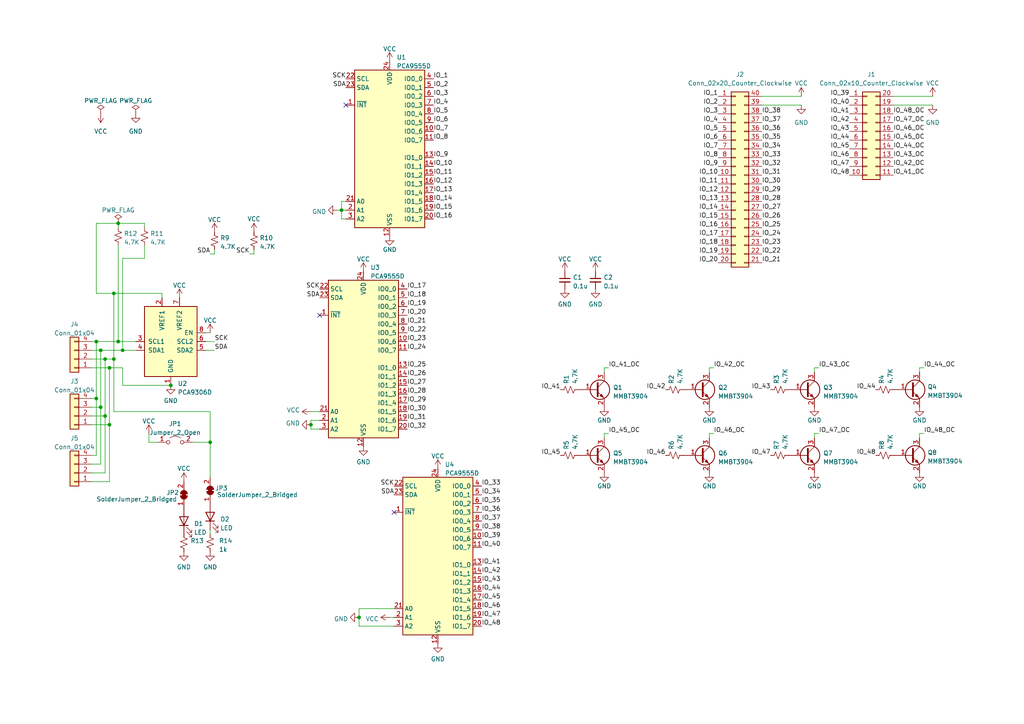
<source format=kicad_sch>
(kicad_sch (version 20230121) (generator eeschema)
  (paper "A4")
  (title_block (title "Stencil Trainer 1 (48 pin i2c GPIO expander) ") (date "2023-04-03") (rev "v1.0.1") (comment 1 "Licensed under CERN-OHL-S version 2") (comment 2 "Copyright Peter Terpstra, 2023"))
  (lib_symbols
    (symbol "Connector_Generic:Conn_01x04" (pin_names (offset 1.016) hide)
      (property "Reference" "J" (at 0 5.08 0))
      (property "Value" "Conn_01x04" (at 0 -7.62 0))
      (symbol "Conn_01x04_1_1"
        (rectangle (start -1.27 -4.953) (end 0 -5.207) (stroke (width 0.1524)))
        (rectangle (start -1.27 -2.413) (end 0 -2.667) (stroke (width 0.1524)))
        (rectangle (start -1.27 0.127) (end 0 -0.127) (stroke (width 0.1524)))
        (rectangle (start -1.27 2.667) (end 0 2.413) (stroke (width 0.1524)))
        (rectangle (start -1.27 3.81) (end 1.27 -6.35) (stroke (width 0.254)) (fill (type background)))
        (pin passive line (at -5.08 2.54 0) (length 3.81) (name "Pin_1") (number "1"))
        (pin passive line (at -5.08 0 0) (length 3.81) (name "Pin_2") (number "2"))
        (pin passive line (at -5.08 -2.54 0) (length 3.81) (name "Pin_3") (number "3"))
        (pin passive line (at -5.08 -5.08 0) (length 3.81) (name "Pin_4") (number "4"))
      )
    )
    (symbol "Connector_Generic:Conn_02x10_Counter_Clockwise" (pin_names (offset 1.016) hide)
      (property "Reference" "J" (at 1.27 12.7 0))
      (property "Value" "Conn_02x10_Counter_Clockwise" (at 1.27 -15.24 0))
      (symbol "Conn_02x10_Counter_Clockwise_1_1"
        (rectangle (start -1.27 -12.573) (end 0 -12.827) (stroke (width 0.1524)))
        (rectangle (start -1.27 -10.033) (end 0 -10.287) (stroke (width 0.1524)))
        (rectangle (start -1.27 -7.493) (end 0 -7.747) (stroke (width 0.1524)))
        (rectangle (start -1.27 -4.953) (end 0 -5.207) (stroke (width 0.1524)))
        (rectangle (start -1.27 -2.413) (end 0 -2.667) (stroke (width 0.1524)))
        (rectangle (start -1.27 0.127) (end 0 -0.127) (stroke (width 0.1524)))
        (rectangle (start -1.27 2.667) (end 0 2.413) (stroke (width 0.1524)))
        (rectangle (start -1.27 5.207) (end 0 4.953) (stroke (width 0.1524)))
        (rectangle (start -1.27 7.747) (end 0 7.493) (stroke (width 0.1524)))
        (rectangle (start -1.27 10.287) (end 0 10.033) (stroke (width 0.1524)))
        (rectangle (start -1.27 11.43) (end 3.81 -13.97) (stroke (width 0.254)) (fill (type background)))
        (rectangle (start 3.81 -12.573) (end 2.54 -12.827) (stroke (width 0.1524)))
        (rectangle (start 3.81 -10.033) (end 2.54 -10.287) (stroke (width 0.1524)))
        (rectangle (start 3.81 -7.493) (end 2.54 -7.747) (stroke (width 0.1524)))
        (rectangle (start 3.81 -4.953) (end 2.54 -5.207) (stroke (width 0.1524)))
        (rectangle (start 3.81 -2.413) (end 2.54 -2.667) (stroke (width 0.1524)))
        (rectangle (start 3.81 0.127) (end 2.54 -0.127) (stroke (width 0.1524)))
        (rectangle (start 3.81 2.667) (end 2.54 2.413) (stroke (width 0.1524)))
        (rectangle (start 3.81 5.207) (end 2.54 4.953) (stroke (width 0.1524)))
        (rectangle (start 3.81 7.747) (end 2.54 7.493) (stroke (width 0.1524)))
        (rectangle (start 3.81 10.287) (end 2.54 10.033) (stroke (width 0.1524)))
        (pin passive line (at -5.08 10.16 0) (length 3.81) (name "Pin_1") (number "1"))
        (pin passive line (at -5.08 -12.7 0) (length 3.81) (name "Pin_10") (number "10"))
        (pin passive line (at 7.62 -12.7 180) (length 3.81) (name "Pin_11") (number "11"))
        (pin passive line (at 7.62 -10.16 180) (length 3.81) (name "Pin_12") (number "12"))
        (pin passive line (at 7.62 -7.62 180) (length 3.81) (name "Pin_13") (number "13"))
        (pin passive line (at 7.62 -5.08 180) (length 3.81) (name "Pin_14") (number "14"))
        (pin passive line (at 7.62 -2.54 180) (length 3.81) (name "Pin_15") (number "15"))
        (pin passive line (at 7.62 0 180) (length 3.81) (name "Pin_16") (number "16"))
        (pin passive line (at 7.62 2.54 180) (length 3.81) (name "Pin_17") (number "17"))
        (pin passive line (at 7.62 5.08 180) (length 3.81) (name "Pin_18") (number "18"))
        (pin passive line (at 7.62 7.62 180) (length 3.81) (name "Pin_19") (number "19"))
        (pin passive line (at -5.08 7.62 0) (length 3.81) (name "Pin_2") (number "2"))
        (pin passive line (at 7.62 10.16 180) (length 3.81) (name "Pin_20") (number "20"))
        (pin passive line (at -5.08 5.08 0) (length 3.81) (name "Pin_3") (number "3"))
        (pin passive line (at -5.08 2.54 0) (length 3.81) (name "Pin_4") (number "4"))
        (pin passive line (at -5.08 0 0) (length 3.81) (name "Pin_5") (number "5"))
        (pin passive line (at -5.08 -2.54 0) (length 3.81) (name "Pin_6") (number "6"))
        (pin passive line (at -5.08 -5.08 0) (length 3.81) (name "Pin_7") (number "7"))
        (pin passive line (at -5.08 -7.62 0) (length 3.81) (name "Pin_8") (number "8"))
        (pin passive line (at -5.08 -10.16 0) (length 3.81) (name "Pin_9") (number "9"))
      )
    )
    (symbol "Connector_Generic:Conn_02x20_Counter_Clockwise" (pin_names (offset 1.016) hide)
      (property "Reference" "J" (at 1.27 25.4 0))
      (property "Value" "Conn_02x20_Counter_Clockwise" (at 1.27 -27.94 0))
      (symbol "Conn_02x20_Counter_Clockwise_1_1"
        (rectangle (start -1.27 -25.273) (end 0 -25.527) (stroke (width 0.1524)))
        (rectangle (start -1.27 -22.733) (end 0 -22.987) (stroke (width 0.1524)))
        (rectangle (start -1.27 -20.193) (end 0 -20.447) (stroke (width 0.1524)))
        (rectangle (start -1.27 -17.653) (end 0 -17.907) (stroke (width 0.1524)))
        (rectangle (start -1.27 -15.113) (end 0 -15.367) (stroke (width 0.1524)))
        (rectangle (start -1.27 -12.573) (end 0 -12.827) (stroke (width 0.1524)))
        (rectangle (start -1.27 -10.033) (end 0 -10.287) (stroke (width 0.1524)))
        (rectangle (start -1.27 -7.493) (end 0 -7.747) (stroke (width 0.1524)))
        (rectangle (start -1.27 -4.953) (end 0 -5.207) (stroke (width 0.1524)))
        (rectangle (start -1.27 -2.413) (end 0 -2.667) (stroke (width 0.1524)))
        (rectangle (start -1.27 0.127) (end 0 -0.127) (stroke (width 0.1524)))
        (rectangle (start -1.27 2.667) (end 0 2.413) (stroke (width 0.1524)))
        (rectangle (start -1.27 5.207) (end 0 4.953) (stroke (width 0.1524)))
        (rectangle (start -1.27 7.747) (end 0 7.493) (stroke (width 0.1524)))
        (rectangle (start -1.27 10.287) (end 0 10.033) (stroke (width 0.1524)))
        (rectangle (start -1.27 12.827) (end 0 12.573) (stroke (width 0.1524)))
        (rectangle (start -1.27 15.367) (end 0 15.113) (stroke (width 0.1524)))
        (rectangle (start -1.27 17.907) (end 0 17.653) (stroke (width 0.1524)))
        (rectangle (start -1.27 20.447) (end 0 20.193) (stroke (width 0.1524)))
        (rectangle (start -1.27 22.987) (end 0 22.733) (stroke (width 0.1524)))
        (rectangle (start -1.27 24.13) (end 3.81 -26.67) (stroke (width 0.254)) (fill (type background)))
        (rectangle (start 3.81 -25.273) (end 2.54 -25.527) (stroke (width 0.1524)))
        (rectangle (start 3.81 -22.733) (end 2.54 -22.987) (stroke (width 0.1524)))
        (rectangle (start 3.81 -20.193) (end 2.54 -20.447) (stroke (width 0.1524)))
        (rectangle (start 3.81 -17.653) (end 2.54 -17.907) (stroke (width 0.1524)))
        (rectangle (start 3.81 -15.113) (end 2.54 -15.367) (stroke (width 0.1524)))
        (rectangle (start 3.81 -12.573) (end 2.54 -12.827) (stroke (width 0.1524)))
        (rectangle (start 3.81 -10.033) (end 2.54 -10.287) (stroke (width 0.1524)))
        (rectangle (start 3.81 -7.493) (end 2.54 -7.747) (stroke (width 0.1524)))
        (rectangle (start 3.81 -4.953) (end 2.54 -5.207) (stroke (width 0.1524)))
        (rectangle (start 3.81 -2.413) (end 2.54 -2.667) (stroke (width 0.1524)))
        (rectangle (start 3.81 0.127) (end 2.54 -0.127) (stroke (width 0.1524)))
        (rectangle (start 3.81 2.667) (end 2.54 2.413) (stroke (width 0.1524)))
        (rectangle (start 3.81 5.207) (end 2.54 4.953) (stroke (width 0.1524)))
        (rectangle (start 3.81 7.747) (end 2.54 7.493) (stroke (width 0.1524)))
        (rectangle (start 3.81 10.287) (end 2.54 10.033) (stroke (width 0.1524)))
        (rectangle (start 3.81 12.827) (end 2.54 12.573) (stroke (width 0.1524)))
        (rectangle (start 3.81 15.367) (end 2.54 15.113) (stroke (width 0.1524)))
        (rectangle (start 3.81 17.907) (end 2.54 17.653) (stroke (width 0.1524)))
        (rectangle (start 3.81 20.447) (end 2.54 20.193) (stroke (width 0.1524)))
        (rectangle (start 3.81 22.987) (end 2.54 22.733) (stroke (width 0.1524)))
        (pin passive line (at -5.08 22.86 0) (length 3.81) (name "Pin_1") (number "1"))
        (pin passive line (at -5.08 0 0) (length 3.81) (name "Pin_10") (number "10"))
        (pin passive line (at -5.08 -2.54 0) (length 3.81) (name "Pin_11") (number "11"))
        (pin passive line (at -5.08 -5.08 0) (length 3.81) (name "Pin_12") (number "12"))
        (pin passive line (at -5.08 -7.62 0) (length 3.81) (name "Pin_13") (number "13"))
        (pin passive line (at -5.08 -10.16 0) (length 3.81) (name "Pin_14") (number "14"))
        (pin passive line (at -5.08 -12.7 0) (length 3.81) (name "Pin_15") (number "15"))
        (pin passive line (at -5.08 -15.24 0) (length 3.81) (name "Pin_16") (number "16"))
        (pin passive line (at -5.08 -17.78 0) (length 3.81) (name "Pin_17") (number "17"))
        (pin passive line (at -5.08 -20.32 0) (length 3.81) (name "Pin_18") (number "18"))
        (pin passive line (at -5.08 -22.86 0) (length 3.81) (name "Pin_19") (number "19"))
        (pin passive line (at -5.08 20.32 0) (length 3.81) (name "Pin_2") (number "2"))
        (pin passive line (at -5.08 -25.4 0) (length 3.81) (name "Pin_20") (number "20"))
        (pin passive line (at 7.62 -25.4 180) (length 3.81) (name "Pin_21") (number "21"))
        (pin passive line (at 7.62 -22.86 180) (length 3.81) (name "Pin_22") (number "22"))
        (pin passive line (at 7.62 -20.32 180) (length 3.81) (name "Pin_23") (number "23"))
        (pin passive line (at 7.62 -17.78 180) (length 3.81) (name "Pin_24") (number "24"))
        (pin passive line (at 7.62 -15.24 180) (length 3.81) (name "Pin_25") (number "25"))
        (pin passive line (at 7.62 -12.7 180) (length 3.81) (name "Pin_26") (number "26"))
        (pin passive line (at 7.62 -10.16 180) (length 3.81) (name "Pin_27") (number "27"))
        (pin passive line (at 7.62 -7.62 180) (length 3.81) (name "Pin_28") (number "28"))
        (pin passive line (at 7.62 -5.08 180) (length 3.81) (name "Pin_29") (number "29"))
        (pin passive line (at -5.08 17.78 0) (length 3.81) (name "Pin_3") (number "3"))
        (pin passive line (at 7.62 -2.54 180) (length 3.81) (name "Pin_30") (number "30"))
        (pin passive line (at 7.62 0 180) (length 3.81) (name "Pin_31") (number "31"))
        (pin passive line (at 7.62 2.54 180) (length 3.81) (name "Pin_32") (number "32"))
        (pin passive line (at 7.62 5.08 180) (length 3.81) (name "Pin_33") (number "33"))
        (pin passive line (at 7.62 7.62 180) (length 3.81) (name "Pin_34") (number "34"))
        (pin passive line (at 7.62 10.16 180) (length 3.81) (name "Pin_35") (number "35"))
        (pin passive line (at 7.62 12.7 180) (length 3.81) (name "Pin_36") (number "36"))
        (pin passive line (at 7.62 15.24 180) (length 3.81) (name "Pin_37") (number "37"))
        (pin passive line (at 7.62 17.78 180) (length 3.81) (name "Pin_38") (number "38"))
        (pin passive line (at 7.62 20.32 180) (length 3.81) (name "Pin_39") (number "39"))
        (pin passive line (at -5.08 15.24 0) (length 3.81) (name "Pin_4") (number "4"))
        (pin passive line (at 7.62 22.86 180) (length 3.81) (name "Pin_40") (number "40"))
        (pin passive line (at -5.08 12.7 0) (length 3.81) (name "Pin_5") (number "5"))
        (pin passive line (at -5.08 10.16 0) (length 3.81) (name "Pin_6") (number "6"))
        (pin passive line (at -5.08 7.62 0) (length 3.81) (name "Pin_7") (number "7"))
        (pin passive line (at -5.08 5.08 0) (length 3.81) (name "Pin_8") (number "8"))
        (pin passive line (at -5.08 2.54 0) (length 3.81) (name "Pin_9") (number "9"))
      )
    )
    (symbol "Device:C_Small" (pin_numbers hide) (pin_names (offset 0.254) hide)
      (property "Reference" "C" (at 0.254 1.778 0))
      (property "Value" "C_Small" (at 0.254 -2.032 0))
      (symbol "C_Small_0_1"
        (polyline (pts (xy -1.524 -0.508) (xy 1.524 -0.508)) (stroke (width 0.3302)))
        (polyline (pts (xy -1.524 0.508) (xy 1.524 0.508)) (stroke (width 0.3048)))
      )
      (symbol "C_Small_1_1"
        (pin passive line (at 0 2.54 270) (length 2.032) (name "~") (number "1"))
        (pin passive line (at 0 -2.54 90) (length 2.032) (name "~") (number "2"))
      )
    )
    (symbol "Device:LED" (pin_numbers hide) (pin_names (offset 1.016) hide)
      (property "Reference" "D" (at 0 2.54 0))
      (property "Value" "LED" (at 0 -2.54 0))
      (symbol "LED_0_1"
        (polyline (pts (xy -1.27 -1.27) (xy -1.27 1.27)) (stroke (width 0.254)))
        (polyline (pts (xy -1.27 0) (xy 1.27 0)))
        (polyline (pts (xy 1.27 -1.27) (xy 1.27 1.27) (xy -1.27 0) (xy 1.27 -1.27)) (stroke (width 0.254)))
        (polyline (pts (xy -3.048 -0.762) (xy -4.572 -2.286) (xy -3.81 -2.286) (xy -4.572 -2.286) (xy -4.572 -1.524)))
        (polyline (pts (xy -1.778 -0.762) (xy -3.302 -2.286) (xy -2.54 -2.286) (xy -3.302 -2.286) (xy -3.302 -1.524)))
      )
      (symbol "LED_1_1"
        (pin passive line (at -3.81 0 0) (length 2.54) (name "K") (number "1"))
        (pin passive line (at 3.81 0 180) (length 2.54) (name "A") (number "2"))
      )
    )
    (symbol "Device:R_Small_US" (pin_numbers hide) (pin_names (offset 0.254) hide)
      (property "Reference" "R" (at 0.762 0.508 0))
      (property "Value" "R_Small_US" (at 0.762 -1.016 0))
      (symbol "R_Small_US_1_1"
        (polyline (pts (xy 0 0) (xy 1.016 -0.381) (xy 0 -0.762) (xy -1.016 -1.143) (xy 0 -1.524)))
        (polyline (pts (xy 0 1.524) (xy 1.016 1.143) (xy 0 0.762) (xy -1.016 0.381) (xy 0 0)))
        (pin passive line (at 0 2.54 270) (length 1.016) (name "~") (number "1"))
        (pin passive line (at 0 -2.54 90) (length 1.016) (name "~") (number "2"))
      )
    )
    (symbol "Interface:PCA9306D" (pin_names (offset 1.016))
      (property "Reference" "U" (at -7.62 11.43 0))
      (property "Value" "PCA9306D" (at 3.81 11.43 0))
      (symbol "PCA9306D_0_1"
        (rectangle (start -7.62 10.16) (end 7.62 -10.16) (stroke (width 0.254)) (fill (type background)))
      )
      (symbol "PCA9306D_1_1"
        (pin power_in line (at 0 -12.7 90) (length 2.54) (name "GND") (number "1"))
        (pin power_in line (at -2.54 12.7 270) (length 2.54) (name "VREF1") (number "2"))
        (pin bidirectional line (at -10.16 0 0) (length 2.54) (name "SCL1") (number "3"))
        (pin bidirectional line (at -10.16 -2.54 0) (length 2.54) (name "SDA1") (number "4"))
        (pin bidirectional line (at 10.16 -2.54 180) (length 2.54) (name "SDA2") (number "5"))
        (pin bidirectional line (at 10.16 0 180) (length 2.54) (name "SCL2") (number "6"))
        (pin power_in line (at 2.54 12.7 270) (length 2.54) (name "VREF2") (number "7"))
        (pin input line (at 10.16 2.54 180) (length 2.54) (name "EN") (number "8"))
      )
    )
    (symbol "Interface_Expansion:PCA9555D"
      (property "Reference" "U" (at -8.89 24.13 0))
      (property "Value" "PCA9555D" (at 6.35 24.13 0))
      (symbol "PCA9555D_0_1"
        (rectangle (start -10.16 22.86) (end 10.16 -22.86) (stroke (width 0.254)) (fill (type background)))
      )
      (symbol "PCA9555D_1_1"
        (pin open_collector line (at -12.7 12.7 0) (length 2.54) (name "~{INT}") (number "1"))
        (pin bidirectional line (at 12.7 5.08 180) (length 2.54) (name "IO0_6") (number "10"))
        (pin bidirectional line (at 12.7 2.54 180) (length 2.54) (name "IO0_7") (number "11"))
        (pin power_in line (at 0 -25.4 90) (length 2.54) (name "VSS") (number "12"))
        (pin bidirectional line (at 12.7 -2.54 180) (length 2.54) (name "IO1_0") (number "13"))
        (pin bidirectional line (at 12.7 -5.08 180) (length 2.54) (name "IO1_1") (number "14"))
        (pin bidirectional line (at 12.7 -7.62 180) (length 2.54) (name "IO1_2") (number "15"))
        (pin bidirectional line (at 12.7 -10.16 180) (length 2.54) (name "IO1_3") (number "16"))
        (pin bidirectional line (at 12.7 -12.7 180) (length 2.54) (name "IO1_4") (number "17"))
        (pin bidirectional line (at 12.7 -15.24 180) (length 2.54) (name "IO1_5") (number "18"))
        (pin bidirectional line (at 12.7 -17.78 180) (length 2.54) (name "IO1_6") (number "19"))
        (pin input line (at -12.7 -17.78 0) (length 2.54) (name "A1") (number "2"))
        (pin bidirectional line (at 12.7 -20.32 180) (length 2.54) (name "IO1_7") (number "20"))
        (pin input line (at -12.7 -15.24 0) (length 2.54) (name "A0") (number "21"))
        (pin input line (at -12.7 20.32 0) (length 2.54) (name "SCL") (number "22"))
        (pin bidirectional line (at -12.7 17.78 0) (length 2.54) (name "SDA") (number "23"))
        (pin power_in line (at 0 25.4 270) (length 2.54) (name "VDD") (number "24"))
        (pin input line (at -12.7 -20.32 0) (length 2.54) (name "A2") (number "3"))
        (pin bidirectional line (at 12.7 20.32 180) (length 2.54) (name "IO0_0") (number "4"))
        (pin bidirectional line (at 12.7 17.78 180) (length 2.54) (name "IO0_1") (number "5"))
        (pin bidirectional line (at 12.7 15.24 180) (length 2.54) (name "IO0_2") (number "6"))
        (pin bidirectional line (at 12.7 12.7 180) (length 2.54) (name "IO0_3") (number "7"))
        (pin bidirectional line (at 12.7 10.16 180) (length 2.54) (name "IO0_4") (number "8"))
        (pin bidirectional line (at 12.7 7.62 180) (length 2.54) (name "IO0_5") (number "9"))
      )
    )
    (symbol "Jumper:Jumper_2_Open" (pin_names (offset 0) hide)
      (property "Reference" "JP" (at 0 2.794 0))
      (property "Value" "Jumper_2_Open" (at 0 -2.286 0))
      (symbol "Jumper_2_Open_0_0"
        (circle (center -2.032 0) (radius 0.508))
        (circle (center 2.032 0) (radius 0.508))
      )
      (symbol "Jumper_2_Open_0_1"
        (arc (start 1.524 1.27) (mid 0 1.778) (end -1.524 1.27))
      )
      (symbol "Jumper_2_Open_1_1"
        (pin passive line (at -5.08 0 0) (length 2.54) (name "A") (number "1"))
        (pin passive line (at 5.08 0 180) (length 2.54) (name "B") (number "2"))
      )
    )
    (symbol "Jumper:SolderJumper_2_Bridged" (pin_names (offset 0) hide)
      (property "Reference" "JP" (at 0 2.032 0))
      (property "Value" "SolderJumper_2_Bridged" (at 0 -2.54 0))
      (symbol "SolderJumper_2_Bridged_0_1"
        (rectangle (start -0.508 0.508) (end 0.508 -0.508) (fill (type outline)))
        (arc (start -0.254 1.016) (mid -1.2656 0) (end -0.254 -1.016))
        (arc (start -0.254 1.016) (mid -1.2656 0) (end -0.254 -1.016) (fill (type outline)))
        (polyline (pts (xy -0.254 1.016) (xy -0.254 -1.016)))
        (polyline (pts (xy 0.254 1.016) (xy 0.254 -1.016)))
        (arc (start 0.254 -1.016) (mid 1.2656 0) (end 0.254 1.016))
        (arc (start 0.254 -1.016) (mid 1.2656 0) (end 0.254 1.016) (fill (type outline)))
      )
      (symbol "SolderJumper_2_Bridged_1_1"
        (pin passive line (at -3.81 0 0) (length 2.54) (name "A") (number "1"))
        (pin passive line (at 3.81 0 180) (length 2.54) (name "B") (number "2"))
      )
    )
    (symbol "Transistor_BJT:MMBT3904" (pin_names (offset 0) hide)
      (property "Reference" "Q" (at 5.08 1.905 0))
      (property "Value" "MMBT3904" (at 5.08 0 0))
      (symbol "MMBT3904_0_1"
        (polyline (pts (xy 0.635 0.635) (xy 2.54 2.54)))
        (polyline (pts (xy 0.635 -0.635) (xy 2.54 -2.54) (xy 2.54 -2.54)))
        (polyline (pts (xy 0.635 1.905) (xy 0.635 -1.905) (xy 0.635 -1.905)) (stroke (width 0.508)))
        (polyline (pts (xy 1.27 -1.778) (xy 1.778 -1.27) (xy 2.286 -2.286) (xy 1.27 -1.778) (xy 1.27 -1.778)) (fill (type outline)))
        (circle (center 1.27 0) (radius 2.8194) (stroke (width 0.254)))
      )
      (symbol "MMBT3904_1_1"
        (pin input line (at -5.08 0 0) (length 5.715) (name "B") (number "1"))
        (pin passive line (at 2.54 -5.08 90) (length 2.54) (name "E") (number "2"))
        (pin passive line (at 2.54 5.08 270) (length 2.54) (name "C") (number "3"))
      )
    )
    (symbol "power:GND" (power) (pin_names (offset 0))
      (property "Value" "GND" (at 0 -3.81 0))
      (symbol "GND_0_1"
        (polyline (pts (xy 0 0) (xy 0 -1.27) (xy 1.27 -1.27) (xy 0 -2.54) (xy -1.27 -1.27) (xy 0 -1.27)))
      )
      (symbol "GND_1_1"
        (pin power_in line (at 0 0 270) (length 0) hide (name "GND") (number "1"))
      )
    )
    (symbol "power:PWR_FLAG" (power) (pin_numbers hide) (pin_names (offset 0) hide)
      (property "Value" "PWR_FLAG" (at 0 3.81 0))
      (symbol "PWR_FLAG_0_0"
        (pin power_out line (at 0 0 90) (length 0) (name "pwr") (number "1"))
      )
      (symbol "PWR_FLAG_0_1"
        (polyline (pts (xy 0 0) (xy 0 1.27) (xy -1.016 1.905) (xy 0 2.54) (xy 1.016 1.905) (xy 0 1.27)))
      )
    )
    (symbol "power:VCC" (power) (pin_names (offset 0))
      (property "Value" "VCC" (at 0 3.81 0))
      (symbol "VCC_0_1"
        (polyline (pts (xy -0.762 1.27) (xy 0 2.54)))
        (polyline (pts (xy 0 0) (xy 0 2.54)))
        (polyline (pts (xy 0 2.54) (xy 0.762 1.27)))
      )
      (symbol "VCC_1_1"
        (pin power_in line (at 0 0 90) (length 0) hide (name "VCC") (number "1"))
      )
    )
  )
  (junction (at 34.29 99.06))
  (junction (at 33.02 85.09))
  (junction (at 34.29 64.77))
  (junction (at 31.75 123.19))
  (junction (at 31.75 106.68))
  (junction (at 27.94 115.57))
  (junction (at 99.06 60.96))
  (junction (at 49.53 111.76))
  (junction (at 30.48 104.14))
  (junction (at 104.14 179.07))
  (junction (at 27.94 99.06))
  (junction (at 29.21 101.6))
  (junction (at 33.02 104.14))
  (junction (at 90.17 123.19))
  (junction (at 30.48 120.65))
  (junction (at 29.21 118.11))
  (junction (at 60.96 128.27))
  (junction (at 35.56 101.6))
  (no_connect (at 92.71 91.44))
  (no_connect (at 100.33 30.48))
  (no_connect (at 114.3 148.59))
  (wire (pts (xy 27.94 115.57) (xy 27.94 132.08)))
  (wire (pts (xy 99.06 60.96) (xy 99.06 63.5)))
  (wire (pts (xy 29.21 118.11) (xy 29.21 134.62)))
  (wire (pts (xy 205.74 106.68) (xy 207.01 106.68)))
  (wire (pts (xy 90.17 121.92) (xy 92.71 121.92)))
  (wire (pts (xy 62.23 73.66) (xy 62.23 72.39)))
  (wire (pts (xy 232.41 30.48) (xy 220.98 30.48)))
  (wire (pts (xy 30.48 120.65) (xy 26.67 120.65)))
  (wire (pts (xy 27.94 132.08) (xy 26.67 132.08)))
  (wire (pts (xy 31.75 106.68) (xy 35.56 106.68)))
  (wire (pts (xy 29.21 101.6) (xy 29.21 118.11)))
  (wire (pts (xy 60.96 154.94) (xy 60.96 153.67)))
  (wire (pts (xy 29.21 101.6) (xy 35.56 101.6)))
  (wire (pts (xy 62.23 99.06) (xy 59.69 99.06)))
  (wire (pts (xy 43.18 125.73) (xy 43.18 128.27)))
  (wire (pts (xy 104.14 176.53) (xy 104.14 179.07)))
  (wire (pts (xy 236.22 106.68) (xy 237.49 106.68)))
  (wire (pts (xy 27.94 64.77) (xy 27.94 85.09)))
  (wire (pts (xy 104.14 181.61) (xy 114.3 181.61)))
  (wire (pts (xy 175.26 125.73) (xy 175.26 127)))
  (wire (pts (xy 90.17 123.19) (xy 90.17 124.46)))
  (wire (pts (xy 35.56 74.93) (xy 41.91 74.93)))
  (wire (pts (xy 114.3 176.53) (xy 104.14 176.53)))
  (wire (pts (xy 205.74 106.68) (xy 205.74 107.95)))
  (wire (pts (xy 175.26 106.68) (xy 176.53 106.68)))
  (wire (pts (xy 55.88 128.27) (xy 60.96 128.27)))
  (wire (pts (xy 266.7 125.73) (xy 267.97 125.73)))
  (wire (pts (xy 236.22 106.68) (xy 236.22 107.95)))
  (wire (pts (xy 33.02 85.09) (xy 33.02 104.14)))
  (wire (pts (xy 34.29 64.77) (xy 41.91 64.77)))
  (wire (pts (xy 59.69 101.6) (xy 62.23 101.6)))
  (wire (pts (xy 26.67 99.06) (xy 27.94 99.06)))
  (wire (pts (xy 266.7 106.68) (xy 267.97 106.68)))
  (wire (pts (xy 26.67 101.6) (xy 29.21 101.6)))
  (wire (pts (xy 27.94 115.57) (xy 27.94 99.06)))
  (wire (pts (xy 30.48 137.16) (xy 26.67 137.16)))
  (wire (pts (xy 35.56 111.76) (xy 35.56 106.68)))
  (wire (pts (xy 33.02 119.38) (xy 60.96 119.38)))
  (wire (pts (xy 27.94 64.77) (xy 34.29 64.77)))
  (wire (pts (xy 236.22 125.73) (xy 237.49 125.73)))
  (wire (pts (xy 259.08 30.48) (xy 270.51 30.48)))
  (wire (pts (xy 113.03 179.07) (xy 114.3 179.07)))
  (wire (pts (xy 99.06 60.96) (xy 100.33 60.96)))
  (wire (pts (xy 205.74 125.73) (xy 205.74 127)))
  (wire (pts (xy 26.67 106.68) (xy 31.75 106.68)))
  (wire (pts (xy 34.29 99.06) (xy 39.37 99.06)))
  (wire (pts (xy 41.91 71.12) (xy 41.91 74.93)))
  (wire (pts (xy 266.7 106.68) (xy 266.7 107.95)))
  (wire (pts (xy 46.99 86.36) (xy 46.99 85.09)))
  (wire (pts (xy 33.02 85.09) (xy 27.94 85.09)))
  (wire (pts (xy 60.96 96.52) (xy 59.69 96.52)))
  (wire (pts (xy 30.48 120.65) (xy 30.48 137.16)))
  (wire (pts (xy 35.56 111.76) (xy 49.53 111.76)))
  (wire (pts (xy 90.17 119.38) (xy 92.71 119.38)))
  (wire (pts (xy 29.21 134.62) (xy 26.67 134.62)))
  (wire (pts (xy 99.06 63.5) (xy 100.33 63.5)))
  (wire (pts (xy 26.67 115.57) (xy 27.94 115.57)))
  (wire (pts (xy 35.56 74.93) (xy 35.56 101.6)))
  (wire (pts (xy 30.48 104.14) (xy 33.02 104.14)))
  (wire (pts (xy 30.48 104.14) (xy 30.48 120.65)))
  (wire (pts (xy 33.02 104.14) (xy 33.02 119.38)))
  (wire (pts (xy 60.96 73.66) (xy 62.23 73.66)))
  (wire (pts (xy 97.79 60.96) (xy 99.06 60.96)))
  (wire (pts (xy 27.94 99.06) (xy 34.29 99.06)))
  (wire (pts (xy 43.18 128.27) (xy 45.72 128.27)))
  (wire (pts (xy 205.74 125.73) (xy 207.01 125.73)))
  (wire (pts (xy 175.26 125.73) (xy 176.53 125.73)))
  (wire (pts (xy 31.75 123.19) (xy 26.67 123.19)))
  (wire (pts (xy 266.7 125.73) (xy 266.7 127)))
  (wire (pts (xy 35.56 101.6) (xy 39.37 101.6)))
  (wire (pts (xy 104.14 179.07) (xy 104.14 181.61)))
  (wire (pts (xy 31.75 139.7) (xy 26.67 139.7)))
  (wire (pts (xy 99.06 60.96) (xy 99.06 58.42)))
  (wire (pts (xy 34.29 64.77) (xy 34.29 66.04)))
  (wire (pts (xy 232.41 27.94) (xy 220.98 27.94)))
  (wire (pts (xy 60.96 138.43) (xy 60.96 128.27)))
  (wire (pts (xy 26.67 104.14) (xy 30.48 104.14)))
  (wire (pts (xy 41.91 64.77) (xy 41.91 66.04)))
  (wire (pts (xy 73.66 73.66) (xy 72.39 73.66)))
  (wire (pts (xy 236.22 125.73) (xy 236.22 127)))
  (wire (pts (xy 29.21 118.11) (xy 26.67 118.11)))
  (wire (pts (xy 175.26 106.68) (xy 175.26 107.95)))
  (wire (pts (xy 31.75 123.19) (xy 31.75 139.7)))
  (wire (pts (xy 31.75 106.68) (xy 31.75 123.19)))
  (wire (pts (xy 46.99 85.09) (xy 33.02 85.09)))
  (wire (pts (xy 60.96 128.27) (xy 60.96 119.38)))
  (wire (pts (xy 90.17 124.46) (xy 92.71 124.46)))
  (wire (pts (xy 259.08 27.94) (xy 270.51 27.94)))
  (wire (pts (xy 99.06 58.42) (xy 100.33 58.42)))
  (wire (pts (xy 34.29 71.12) (xy 34.29 99.06)))
  (wire (pts (xy 90.17 123.19) (xy 90.17 121.92)))
  (wire (pts (xy 73.66 73.66) (xy 73.66 72.39)))
  (label "IO_42_OC" (at 259.08 48.26 0))
  (label "IO_21" (at 118.11 93.98 0))
  (label "SCK" (at 72.39 73.66 180))
  (label "IO_46" (at 139.7 176.53 0))
  (label "IO_12" (at 125.73 53.34 0))
  (label "IO_18" (at 118.11 86.36 0))
  (label "IO_17" (at 118.11 83.82 0))
  (label "IO_9" (at 208.28 48.26 180))
  (label "IO_4" (at 208.28 35.56 180))
  (label "IO_25" (at 118.11 106.68 0))
  (label "IO_31" (at 220.98 50.8 0))
  (label "SDA" (at 114.3 143.51 180))
  (label "IO_36" (at 220.98 38.1 0))
  (label "IO_30" (at 220.98 53.34 0))
  (label "IO_43" (at 223.52 113.03 180))
  (label "IO_21" (at 220.98 76.2 0))
  (label "IO_45" (at 246.38 43.18 180))
  (label "IO_30" (at 118.11 119.38 0))
  (label "IO_31" (at 118.11 121.92 0))
  (label "IO_48" (at 139.7 181.61 0))
  (label "IO_32" (at 220.98 48.26 0))
  (label "IO_8" (at 208.28 45.72 180))
  (label "SCK" (at 62.23 99.06 0))
  (label "IO_44" (at 254 113.03 180))
  (label "IO_10" (at 208.28 50.8 180))
  (label "IO_7" (at 125.73 38.1 0))
  (label "IO_41" (at 246.38 33.02 180))
  (label "IO_38" (at 220.98 33.02 0))
  (label "IO_14" (at 208.28 60.96 180))
  (label "IO_40" (at 246.38 30.48 180))
  (label "IO_10" (at 125.73 48.26 0))
  (label "IO_43_OC" (at 259.08 45.72 0))
  (label "IO_33" (at 220.98 45.72 0))
  (label "SDA" (at 60.96 73.66 180))
  (label "IO_48" (at 254 132.08 180))
  (label "IO_41" (at 139.7 163.83 0))
  (label "SCK" (at 114.3 140.97 180))
  (label "IO_8" (at 125.73 40.64 0))
  (label "IO_22" (at 220.98 73.66 0))
  (label "IO_22" (at 118.11 96.52 0))
  (label "IO_36" (at 139.7 148.59 0))
  (label "IO_42_OC" (at 207.01 106.68 0))
  (label "IO_3" (at 125.73 27.94 0))
  (label "IO_23" (at 220.98 71.12 0))
  (label "IO_47" (at 223.52 132.08 180))
  (label "IO_7" (at 208.28 43.18 180))
  (label "IO_13" (at 125.73 55.88 0))
  (label "IO_41" (at 162.56 113.03 180))
  (label "IO_47" (at 246.38 48.26 180))
  (label "IO_44" (at 139.7 171.45 0))
  (label "IO_15" (at 208.28 63.5 180))
  (label "IO_34" (at 139.7 143.51 0))
  (label "IO_37" (at 139.7 151.13 0))
  (label "IO_16" (at 208.28 66.04 180))
  (label "IO_1" (at 125.73 22.86 0))
  (label "IO_28" (at 220.98 58.42 0))
  (label "IO_23" (at 118.11 99.06 0))
  (label "IO_20" (at 208.28 76.2 180))
  (label "SDA" (at 62.23 101.6 0))
  (label "IO_46_OC" (at 207.01 125.73 0))
  (label "IO_24" (at 220.98 68.58 0))
  (label "IO_11" (at 125.73 50.8 0))
  (label "IO_43_OC" (at 237.49 106.68 0))
  (label "IO_3" (at 208.28 33.02 180))
  (label "IO_4" (at 125.73 30.48 0))
  (label "IO_18" (at 208.28 71.12 180))
  (label "IO_1" (at 208.28 27.94 180))
  (label "IO_11" (at 208.28 53.34 180))
  (label "IO_45" (at 139.7 173.99 0))
  (label "IO_15" (at 125.73 60.96 0))
  (label "IO_48_OC" (at 259.08 33.02 0))
  (label "IO_48" (at 246.38 50.8 180))
  (label "IO_37" (at 220.98 35.56 0))
  (label "IO_42" (at 193.04 113.03 180))
  (label "IO_47" (at 139.7 179.07 0))
  (label "IO_29" (at 220.98 55.88 0))
  (label "IO_26" (at 118.11 109.22 0))
  (label "SCK" (at 100.33 22.86 180))
  (label "IO_43" (at 139.7 168.91 0))
  (label "IO_9" (at 125.73 45.72 0))
  (label "IO_39" (at 246.38 27.94 180))
  (label "IO_25" (at 220.98 66.04 0))
  (label "IO_6" (at 125.73 35.56 0))
  (label "IO_32" (at 118.11 124.46 0))
  (label "IO_34" (at 220.98 43.18 0))
  (label "IO_46" (at 193.04 132.08 180))
  (label "IO_35" (at 220.98 40.64 0))
  (label "IO_19" (at 118.11 88.9 0))
  (label "IO_45_OC" (at 176.53 125.73 0))
  (label "IO_42" (at 246.38 35.56 180))
  (label "SDA" (at 92.71 86.36 180))
  (label "IO_40" (at 139.7 158.75 0))
  (label "IO_27" (at 220.98 60.96 0))
  (label "IO_45" (at 162.56 132.08 180))
  (label "IO_42" (at 139.7 166.37 0))
  (label "IO_38" (at 139.7 153.67 0))
  (label "IO_46" (at 246.38 45.72 180))
  (label "IO_48_OC" (at 267.97 125.73 0))
  (label "IO_17" (at 208.28 68.58 180))
  (label "IO_45_OC" (at 259.08 40.64 0))
  (label "SDA" (at 100.33 25.4 180))
  (label "IO_6" (at 208.28 40.64 180))
  (label "IO_2" (at 208.28 30.48 180))
  (label "IO_12" (at 208.28 55.88 180))
  (label "IO_44" (at 246.38 40.64 180))
  (label "IO_46_OC" (at 259.08 38.1 0))
  (label "IO_5" (at 125.73 33.02 0))
  (label "IO_33" (at 139.7 140.97 0))
  (label "IO_28" (at 118.11 114.3 0))
  (label "IO_39" (at 139.7 156.21 0))
  (label "SCK" (at 92.71 83.82 180))
  (label "IO_26" (at 220.98 63.5 0))
  (label "IO_5" (at 208.28 38.1 180))
  (label "IO_47_OC" (at 259.08 35.56 0))
  (label "IO_14" (at 125.73 58.42 0))
  (label "IO_27" (at 118.11 111.76 0))
  (label "IO_19" (at 208.28 73.66 180))
  (label "IO_44_OC" (at 267.97 106.68 0))
  (label "IO_13" (at 208.28 58.42 180))
  (label "IO_41_OC" (at 259.08 50.8 0))
  (label "IO_24" (at 118.11 101.6 0))
  (label "IO_35" (at 139.7 146.05 0))
  (label "IO_44_OC" (at 259.08 43.18 0))
  (label "IO_43" (at 246.38 38.1 180))
  (label "IO_29" (at 118.11 116.84 0))
  (label "IO_2" (at 125.73 25.4 0))
  (label "IO_41_OC" (at 176.53 106.68 0))
  (label "IO_16" (at 125.73 63.5 0))
  (label "IO_20" (at 118.11 91.44 0))
  (label "IO_47_OC" (at 237.49 125.73 0))
  (symbol (lib_id "Transistor_BJT:MMBT3904") (at 203.2 113.03 0) (unit 1)
    (property "Reference" "Q2" (at 208.28 112.395 0) (effects (justify left)))
    (property "Value" "MMBT3904" (at 208.28 114.935 0) (effects (justify left)))
    (property "Footprint" "Package_TO_SOT_SMD:SOT-23" (effects hide))
    (property "Datasheet" "https://www.onsemi.com/pub/Collateral/2N3903-D.PDF" (effects hide))
  )
  (symbol (lib_id "power:GND") (at 127 186.69 0) (unit 1)
    (property "Reference" "#PWR0112" (effects hide))
    (property "Value" "GND" (at 127 191.1334 0))
  )
  (symbol (lib_id "power:VCC") (at 163.83 78.74 0) (unit 1)
    (property "Reference" "#PWR0104" (effects hide))
    (property "Value" "VCC" (at 163.83 75.1642 0))
  )
  (symbol (lib_id "Transistor_BJT:MMBT3904") (at 172.72 132.08 0) (unit 1)
    (property "Reference" "Q5" (at 177.8 131.445 0) (effects (justify left)))
    (property "Value" "MMBT3904" (at 177.8 133.985 0) (effects (justify left)))
    (property "Footprint" "Package_TO_SOT_SMD:SOT-23" (effects hide))
    (property "Datasheet" "https://www.onsemi.com/pub/Collateral/2N3903-D.PDF" (effects hide))
  )
  (symbol (lib_id "power:GND") (at 175.26 118.11 0) (unit 1)
    (property "Reference" "#PWR05" (effects hide))
    (property "Value" "GND" (at 175.26 121.92 0))
  )
  (symbol (lib_id "Transistor_BJT:MMBT3904") (at 233.68 113.03 0) (unit 1)
    (property "Reference" "Q3" (at 238.76 112.395 0) (effects (justify left)))
    (property "Value" "MMBT3904" (at 238.76 114.935 0) (effects (justify left)))
    (property "Footprint" "Package_TO_SOT_SMD:SOT-23" (effects hide))
    (property "Datasheet" "https://www.onsemi.com/pub/Collateral/2N3903-D.PDF" (effects hide))
  )
  (symbol (lib_id "Transistor_BJT:MMBT3904") (at 203.2 132.08 0) (unit 1)
    (property "Reference" "Q6" (at 208.28 131.445 0) (effects (justify left)))
    (property "Value" "MMBT3904" (at 208.28 133.985 0) (effects (justify left)))
    (property "Footprint" "Package_TO_SOT_SMD:SOT-23" (effects hide))
    (property "Datasheet" "https://www.onsemi.com/pub/Collateral/2N3903-D.PDF" (effects hide))
  )
  (symbol (lib_id "Jumper:SolderJumper_2_Bridged") (at 60.96 142.24 270) (mirror x) (unit 1)
    (property "Reference" "JP3" (at 66.04 141.605 90) (effects (justify right)))
    (property "Value" "SolderJumper_2_Bridged" (at 86.36 143.51 90) (effects (justify right)))
    (property "Footprint" "Jumper:SolderJumper-2_P1.3mm_Bridged_RoundedPad1.0x1.5mm" (effects hide))
  )
  (symbol (lib_id "power:GND") (at 105.41 129.54 0) (unit 1)
    (property "Reference" "#PWR0109" (effects hide))
    (property "Value" "GND" (at 105.41 133.9834 0))
  )
  (symbol (lib_id "Interface_Expansion:PCA9555D") (at 113.03 43.18 0) (unit 1)
    (property "Reference" "U1" (at 115.0494 16.6202 0) (effects (justify left)))
    (property "Value" "PCA9555D" (at 115.0494 19.1571 0) (effects (justify left)))
    (property "Footprint" "Package_SO:SOIC-24W_7.5x15.4mm_P1.27mm" (effects hide))
    (property "Datasheet" "https://www.nxp.com/docs/en/data-sheet/PCA9555.pdf" (effects hide))
  )
  (symbol (lib_id "power:GND") (at 172.72 83.82 0) (unit 1)
    (property "Reference" "#PWR0116" (effects hide))
    (property "Value" "GND" (at 172.72 88.2634 0))
  )
  (symbol (lib_id "power:VCC") (at 270.51 27.94 0) (unit 1)
    (property "Reference" "#PWR0117" (effects hide))
    (property "Value" "VCC" (at 270.51 24.13 0))
  )
  (symbol (lib_id "power:GND") (at 266.7 118.11 0) (unit 1)
    (property "Reference" "#PWR09" (effects hide))
    (property "Value" "GND" (at 266.7 121.92 0))
  )
  (symbol (lib_id "power:GND") (at 236.22 118.11 0) (unit 1)
    (property "Reference" "#PWR07" (effects hide))
    (property "Value" "GND" (at 236.22 121.92 0))
  )
  (symbol (lib_id "Connector_Generic:Conn_01x04") (at 21.59 137.16 180) (unit 1)
    (property "Reference" "J5" (at 21.59 127.1102 0))
    (property "Value" "Conn_01x04" (at 21.59 129.6471 0))
    (property "Footprint" "Connector_PinHeader_2.54mm:PinHeader_1x04_P2.54mm_Vertical" (effects hide))
  )
  (symbol (lib_id "Device:R_Small_US") (at 53.34 157.48 0) (unit 1)
    (property "Reference" "R13" (at 55.245 156.845 0) (effects (justify left)))
    (property "Value" "1k" (effects hide))
    (property "Footprint" "Resistor_SMD:R_0805_2012Metric" (effects hide))
  )
  (symbol (lib_id "power:VCC") (at 29.21 33.02 180) (unit 1)
    (property "Reference" "#PWR010" (effects hide))
    (property "Value" "VCC" (at 29.21 38.1 0))
  )
  (symbol (lib_id "Interface_Expansion:PCA9555D") (at 127 161.29 0) (unit 1)
    (property "Reference" "U4" (at 129.0194 134.7302 0) (effects (justify left)))
    (property "Value" "PCA9555D" (at 129.0194 137.2671 0) (effects (justify left)))
    (property "Footprint" "Package_SO:SOIC-24W_7.5x15.4mm_P1.27mm" (effects hide))
    (property "Datasheet" "https://www.nxp.com/docs/en/data-sheet/PCA9555.pdf" (effects hide))
  )
  (symbol (lib_id "Device:LED") (at 60.96 149.86 90) (unit 1)
    (property "Reference" "D2" (at 63.881 150.6128 90) (effects (justify right)))
    (property "Value" "LED" (at 63.881 153.1497 90) (effects (justify right)))
    (property "Footprint" "LED_SMD:LED_0805_2012Metric" (effects hide))
  )
  (symbol (lib_id "power:VCC") (at 53.34 139.7 0) (unit 1)
    (property "Reference" "#PWR03" (effects hide))
    (property "Value" "VCC" (at 53.34 135.89 0))
  )
  (symbol (lib_id "Device:R_Small_US") (at 226.06 132.08 90) (unit 1)
    (property "Reference" "R7" (at 225.2253 130.429 0) (effects (justify left)))
    (property "Value" "4.7K" (at 227.7622 130.429 0) (effects (justify left)))
    (property "Footprint" "Resistor_SMD:R_0805_2012Metric" (effects hide))
  )
  (symbol (lib_id "Connector_Generic:Conn_01x04") (at 21.59 120.65 180) (unit 1)
    (property "Reference" "J3" (at 21.59 110.6002 0))
    (property "Value" "Conn_01x04" (at 21.59 113.1371 0))
    (property "Footprint" "Connector_JST:JST_SH_SM04B-SRSS-TB_1x04-1MP_P1.00mm_Horizontal" (effects hide))
  )
  (symbol (lib_id "Device:R_Small_US") (at 60.96 157.48 0) (unit 1)
    (property "Reference" "R14" (at 63.5 156.845 0) (effects (justify left)))
    (property "Value" "1k" (at 63.5 159.385 0) (effects (justify left)))
    (property "Footprint" "Resistor_SMD:R_0805_2012Metric" (effects hide))
  )
  (symbol (lib_id "power:GND") (at 163.83 83.82 0) (unit 1)
    (property "Reference" "#PWR0107" (effects hide))
    (property "Value" "GND" (at 163.83 88.2634 0))
  )
  (symbol (lib_id "power:VCC") (at 60.96 96.52 0) (unit 1)
    (property "Reference" "#PWR0130" (effects hide))
    (property "Value" "VCC" (at 60.96 92.9442 0))
  )
  (symbol (lib_id "Device:R_Small_US") (at 41.91 68.58 0) (unit 1)
    (property "Reference" "R11" (at 43.561 67.7453 0) (effects (justify left)))
    (property "Value" "4.7K" (at 43.561 70.2822 0) (effects (justify left)))
    (property "Footprint" "Resistor_SMD:R_0805_2012Metric" (effects hide))
  )
  (symbol (lib_id "Connector_Generic:Conn_01x04") (at 21.59 104.14 180) (unit 1)
    (property "Reference" "J4" (at 21.59 94.0902 0))
    (property "Value" "Conn_01x04" (at 21.59 96.6271 0))
    (property "Footprint" "Connector_JST:JST_SH_SM04B-SRSS-TB_1x04-1MP_P1.00mm_Horizontal" (effects hide))
  )
  (symbol (lib_id "Interface:PCA9306D") (at 49.53 99.06 0) (unit 1)
    (property "Reference" "U2" (at 51.5494 111.2504 0) (effects (justify left)))
    (property "Value" "PCA9306D" (at 51.5494 113.7873 0) (effects (justify left)))
    (property "Footprint" "Package_SO:SO-8_3.9x4.9mm_P1.27mm" (effects hide))
    (property "Datasheet" "https://www.nxp.com/docs/en/data-sheet/PCA9306.pdf" (effects hide))
  )
  (symbol (lib_id "power:VCC") (at 90.17 119.38 90) (mirror x) (unit 1)
    (property "Reference" "#PWR0128" (effects hide))
    (property "Value" "VCC" (at 86.995 118.9462 90) (effects (justify left)))
  )
  (symbol (lib_id "power:GND") (at 205.74 118.11 0) (unit 1)
    (property "Reference" "#PWR06" (effects hide))
    (property "Value" "GND" (at 205.74 121.92 0))
  )
  (symbol (lib_id "Interface_Expansion:PCA9555D") (at 105.41 104.14 0) (unit 1)
    (property "Reference" "U3" (at 107.4294 77.5802 0) (effects (justify left)))
    (property "Value" "PCA9555D" (at 107.4294 80.1171 0) (effects (justify left)))
    (property "Footprint" "Package_SO:SOIC-24W_7.5x15.4mm_P1.27mm" (effects hide))
    (property "Datasheet" "https://www.nxp.com/docs/en/data-sheet/PCA9555.pdf" (effects hide))
  )
  (symbol (lib_id "power:GND") (at 104.14 179.07 270) (unit 1)
    (property "Reference" "#PWR0110" (effects hide))
    (property "Value" "GND" (at 100.9651 179.5038 90) (effects (justify right)))
  )
  (symbol (lib_id "Device:R_Small_US") (at 226.06 113.03 90) (unit 1)
    (property "Reference" "R3" (at 225.2253 111.379 0) (effects (justify left)))
    (property "Value" "4.7K" (at 227.7622 111.379 0) (effects (justify left)))
    (property "Footprint" "Resistor_SMD:R_0805_2012Metric" (effects hide))
  )
  (symbol (lib_id "power:GND") (at 39.37 33.02 0) (unit 1)
    (property "Reference" "#PWR011" (effects hide))
    (property "Value" "GND" (at 39.37 38.1 0))
  )
  (symbol (lib_id "Device:R_Small_US") (at 73.66 69.85 0) (unit 1)
    (property "Reference" "R10" (at 75.311 69.0153 0) (effects (justify left)))
    (property "Value" "4.7K" (at 75.311 71.5522 0) (effects (justify left)))
    (property "Footprint" "Resistor_SMD:R_0805_2012Metric" (effects hide))
  )
  (symbol (lib_id "power:VCC") (at 113.03 179.07 90) (unit 1)
    (property "Reference" "#PWR0111" (effects hide))
    (property "Value" "VCC" (at 109.855 179.5038 90) (effects (justify left)))
  )
  (symbol (lib_id "Device:R_Small_US") (at 195.58 132.08 90) (unit 1)
    (property "Reference" "R6" (at 194.7453 130.429 0) (effects (justify left)))
    (property "Value" "4.7K" (at 197.2822 130.429 0) (effects (justify left)))
    (property "Footprint" "Resistor_SMD:R_0805_2012Metric" (effects hide))
  )
  (symbol (lib_id "power:VCC") (at 73.66 67.31 0) (unit 1)
    (property "Reference" "#PWR08" (effects hide))
    (property "Value" "VCC" (at 73.66 63.5 0))
  )
  (symbol (lib_id "power:GND") (at 266.7 137.16 0) (unit 1)
    (property "Reference" "#PWR0120" (effects hide))
    (property "Value" "GND" (at 266.7 140.97 0))
  )
  (symbol (lib_id "power:VCC") (at 127 135.89 0) (unit 1)
    (property "Reference" "#PWR0113" (effects hide))
    (property "Value" "VCC" (at 127 132.3142 0))
  )
  (symbol (lib_id "power:GND") (at 175.26 137.16 0) (unit 1)
    (property "Reference" "#PWR02" (effects hide))
    (property "Value" "GND" (at 175.26 140.97 0))
  )
  (symbol (lib_id "power:VCC") (at 43.18 125.73 0) (unit 1)
    (property "Reference" "#PWR0119" (effects hide))
    (property "Value" "VCC" (at 43.18 122.1542 0))
  )
  (symbol (lib_id "power:GND") (at 60.96 160.02 0) (mirror y) (unit 1)
    (property "Reference" "#PWR0108" (effects hide))
    (property "Value" "GND" (at 60.96 164.4634 0))
  )
  (symbol (lib_id "power:VCC") (at 172.72 78.74 0) (unit 1)
    (property "Reference" "#PWR0115" (effects hide))
    (property "Value" "VCC" (at 172.72 75.1642 0))
  )
  (symbol (lib_id "power:GND") (at 205.74 137.16 0) (unit 1)
    (property "Reference" "#PWR04" (effects hide))
    (property "Value" "GND" (at 205.74 140.97 0))
  )
  (symbol (lib_id "Device:R_Small_US") (at 256.54 113.03 90) (unit 1)
    (property "Reference" "R4" (at 255.7053 111.379 0) (effects (justify left)))
    (property "Value" "4.7K" (at 258.2422 111.379 0) (effects (justify left)))
    (property "Footprint" "Resistor_SMD:R_0805_2012Metric" (effects hide))
  )
  (symbol (lib_id "Jumper:SolderJumper_2_Bridged") (at 53.34 143.51 90) (unit 1)
    (property "Reference" "JP2" (at 48.26 142.875 90) (effects (justify right)))
    (property "Value" "SolderJumper_2_Bridged" (at 27.94 144.78 90) (effects (justify right)))
    (property "Footprint" "Jumper:SolderJumper-2_P1.3mm_Bridged_RoundedPad1.0x1.5mm" (effects hide))
  )
  (symbol (lib_id "Device:R_Small_US") (at 165.1 132.08 90) (unit 1)
    (property "Reference" "R5" (at 164.2653 130.429 0) (effects (justify left)))
    (property "Value" "4.7K" (at 166.8022 130.429 0) (effects (justify left)))
    (property "Footprint" "Resistor_SMD:R_0805_2012Metric" (effects hide))
  )
  (symbol (lib_id "Device:C_Small") (at 163.83 81.28 0) (unit 1)
    (property "Reference" "C1" (at 166.1541 80.4516 0) (effects (justify left)))
    (property "Value" "0.1u" (at 166.1541 82.9885 0) (effects (justify left)))
    (property "Footprint" "Capacitor_SMD:C_0805_2012Metric" (effects hide))
  )
  (symbol (lib_id "Device:R_Small_US") (at 34.29 68.58 0) (unit 1)
    (property "Reference" "R12" (at 35.941 67.7453 0) (effects (justify left)))
    (property "Value" "4.7K" (at 35.941 70.2822 0) (effects (justify left)))
    (property "Footprint" "Resistor_SMD:R_0805_2012Metric" (effects hide))
  )
  (symbol (lib_id "power:GND") (at 90.17 123.19 270) (mirror x) (unit 1)
    (property "Reference" "#PWR0129" (effects hide))
    (property "Value" "GND" (at 86.9951 122.7562 90) (effects (justify right)))
  )
  (symbol (lib_id "power:GND") (at 232.41 30.48 0) (unit 1)
    (property "Reference" "#PWR0103" (effects hide))
    (property "Value" "GND" (at 232.41 35.56 0))
  )
  (symbol (lib_id "power:GND") (at 53.34 160.02 0) (unit 1)
    (property "Reference" "#PWR0106" (effects hide))
    (property "Value" "GND" (at 53.34 164.4634 0))
  )
  (symbol (lib_id "Transistor_BJT:MMBT3904") (at 233.68 132.08 0) (unit 1)
    (property "Reference" "Q7" (at 238.76 131.445 0) (effects (justify left)))
    (property "Value" "MMBT3904" (at 238.76 133.985 0) (effects (justify left)))
    (property "Footprint" "Package_TO_SOT_SMD:SOT-23" (effects hide))
    (property "Datasheet" "https://www.onsemi.com/pub/Collateral/2N3903-D.PDF" (effects hide))
  )
  (symbol (lib_id "Jumper:Jumper_2_Open") (at 50.8 128.27 0) (unit 1)
    (property "Reference" "JP1" (at 50.8 122.9192 0))
    (property "Value" "Jumper_2_Open" (at 50.8 125.4561 0))
    (property "Footprint" "Connector_PinHeader_2.54mm:PinHeader_1x02_P2.54mm_Vertical" (effects hide))
  )
  (symbol (lib_id "power:VCC") (at 105.41 78.74 0) (unit 1)
    (property "Reference" "#PWR0125" (effects hide))
    (property "Value" "VCC" (at 105.41 75.1642 0))
  )
  (symbol (lib_id "power:GND") (at 270.51 30.48 0) (unit 1)
    (property "Reference" "#PWR0118" (effects hide))
    (property "Value" "GND" (at 270.51 35.56 0))
  )
  (symbol (lib_id "Transistor_BJT:MMBT3904") (at 264.16 132.08 0) (unit 1)
    (property "Reference" "Q8" (at 269.0114 131.2453 0) (effects (justify left)))
    (property "Value" "MMBT3904" (at 269.0114 133.7822 0) (effects (justify left)))
    (property "Footprint" "Package_TO_SOT_SMD:SOT-23" (effects hide))
    (property "Datasheet" "https://www.onsemi.com/pub/Collateral/2N3903-D.PDF" (effects hide))
  )
  (symbol (lib_id "power:VCC") (at 62.23 67.31 0) (unit 1)
    (property "Reference" "#PWR0134" (effects hide))
    (property "Value" "VCC" (at 62.23 63.7342 0))
  )
  (symbol (lib_id "Transistor_BJT:MMBT3904") (at 172.72 113.03 0) (unit 1)
    (property "Reference" "Q1" (at 177.8 112.395 0) (effects (justify left)))
    (property "Value" "MMBT3904" (at 177.8 114.935 0) (effects (justify left)))
    (property "Footprint" "Package_TO_SOT_SMD:SOT-23" (effects hide))
    (property "Datasheet" "https://www.onsemi.com/pub/Collateral/2N3903-D.PDF" (effects hide))
  )
  (symbol (lib_id "Device:C_Small") (at 172.72 81.28 0) (unit 1)
    (property "Reference" "C2" (at 175.0441 80.4516 0) (effects (justify left)))
    (property "Value" "0.1u" (at 175.0441 82.9885 0) (effects (justify left)))
    (property "Footprint" "Capacitor_SMD:C_0805_2012Metric" (effects hide))
  )
  (symbol (lib_id "power:GND") (at 97.79 60.96 270) (unit 1)
    (property "Reference" "#PWR0126" (effects hide))
    (property "Value" "GND" (at 94.6151 61.3938 90) (effects (justify right)))
  )
  (symbol (lib_id "power:GND") (at 236.22 137.16 0) (unit 1)
    (property "Reference" "#PWR01" (effects hide))
    (property "Value" "GND" (at 236.22 140.97 0))
  )
  (symbol (lib_id "Device:LED") (at 53.34 151.13 90) (unit 1)
    (property "Reference" "D1" (at 56.261 151.8828 90) (effects (justify right)))
    (property "Value" "LED" (at 56.261 154.4197 90) (effects (justify right)))
    (property "Footprint" "LED_SMD:LED_0805_2012Metric" (effects hide))
  )
  (symbol (lib_id "power:PWR_FLAG") (at 29.21 33.02 0) (unit 1)
    (property "Reference" "#FLG01" (effects hide))
    (property "Value" "PWR_FLAG" (at 29.21 29.21 0))
  )
  (symbol (lib_id "power:GND") (at 49.53 111.76 0) (unit 1)
    (property "Reference" "#PWR0132" (effects hide))
    (property "Value" "GND" (at 49.53 116.2034 0))
  )
  (symbol (lib_id "Connector_Generic:Conn_02x10_Counter_Clockwise") (at 251.46 38.1 0) (unit 1)
    (property "Reference" "J1" (at 252.73 21.59 0))
    (property "Value" "Conn_02x10_Counter_Clockwise" (at 252.73 24.13 0))
    (property "Footprint" "Connector_IDC:IDC-Header_2x10_P2.54mm_Vertical" (effects hide))
  )
  (symbol (lib_id "Transistor_BJT:MMBT3904") (at 264.16 113.03 0) (unit 1)
    (property "Reference" "Q4" (at 269.0114 112.1953 0) (effects (justify left)))
    (property "Value" "MMBT3904" (at 269.0114 114.7322 0) (effects (justify left)))
    (property "Footprint" "Package_TO_SOT_SMD:SOT-23" (effects hide))
    (property "Datasheet" "https://www.onsemi.com/pub/Collateral/2N3903-D.PDF" (effects hide))
  )
  (symbol (lib_id "power:VCC") (at 113.03 17.78 0) (unit 1)
    (property "Reference" "#PWR0114" (effects hide))
    (property "Value" "VCC" (at 113.03 14.2042 0))
  )
  (symbol (lib_id "power:GND") (at 113.03 68.58 0) (unit 1)
    (property "Reference" "#PWR0127" (effects hide))
    (property "Value" "GND" (at 113.03 72.39 0))
  )
  (symbol (lib_id "Device:R_Small_US") (at 62.23 69.85 0) (unit 1)
    (property "Reference" "R9" (at 63.881 69.0153 0) (effects (justify left)))
    (property "Value" "4.7K" (at 63.881 71.5522 0) (effects (justify left)))
    (property "Footprint" "Resistor_SMD:R_0805_2012Metric" (effects hide))
  )
  (symbol (lib_id "power:VCC") (at 232.41 27.94 0) (unit 1)
    (property "Reference" "#PWR0101" (effects hide))
    (property "Value" "VCC" (at 232.41 24.13 0))
  )
  (symbol (lib_id "power:PWR_FLAG") (at 34.29 64.77 0) (unit 1)
    (property "Reference" "#FLG02" (effects hide))
    (property "Value" "PWR_FLAG" (at 34.29 60.96 0))
  )
  (symbol (lib_id "Device:R_Small_US") (at 165.1 113.03 90) (unit 1)
    (property "Reference" "R1" (at 164.2653 111.379 0) (effects (justify left)))
    (property "Value" "4.7K" (at 166.8022 111.379 0) (effects (justify left)))
    (property "Footprint" "Resistor_SMD:R_0805_2012Metric" (effects hide))
  )
  (symbol (lib_id "Device:R_Small_US") (at 256.54 132.08 90) (unit 1)
    (property "Reference" "R8" (at 255.7053 130.429 0) (effects (justify left)))
    (property "Value" "4.7K" (at 258.2422 130.429 0) (effects (justify left)))
    (property "Footprint" "Resistor_SMD:R_0805_2012Metric" (effects hide))
  )
  (symbol (lib_id "power:PWR_FLAG") (at 39.37 33.02 0) (unit 1)
    (property "Reference" "#FLG03" (effects hide))
    (property "Value" "PWR_FLAG" (at 39.37 29.21 0))
  )
  (symbol (lib_id "Device:R_Small_US") (at 195.58 113.03 90) (unit 1)
    (property "Reference" "R2" (at 194.7453 111.379 0) (effects (justify left)))
    (property "Value" "4.7K" (at 197.2822 111.379 0) (effects (justify left)))
    (property "Footprint" "Resistor_SMD:R_0805_2012Metric" (effects hide))
  )
  (symbol (lib_id "power:VCC") (at 52.07 86.36 0) (unit 1)
    (property "Reference" "#PWR0131" (effects hide))
    (property "Value" "VCC" (at 52.07 82.7842 0))
  )
  (symbol (lib_id "Connector_Generic:Conn_02x20_Counter_Clockwise") (at 213.36 50.8 0) (unit 1)
    (property "Reference" "J2" (at 214.63 21.59 0))
    (property "Value" "Conn_02x20_Counter_Clockwise" (at 214.63 24.13 0))
    (property "Footprint" "Connector_IDC:IDC-Header_2x20_P2.54mm_Vertical" (effects hide))
  )
)
</source>
